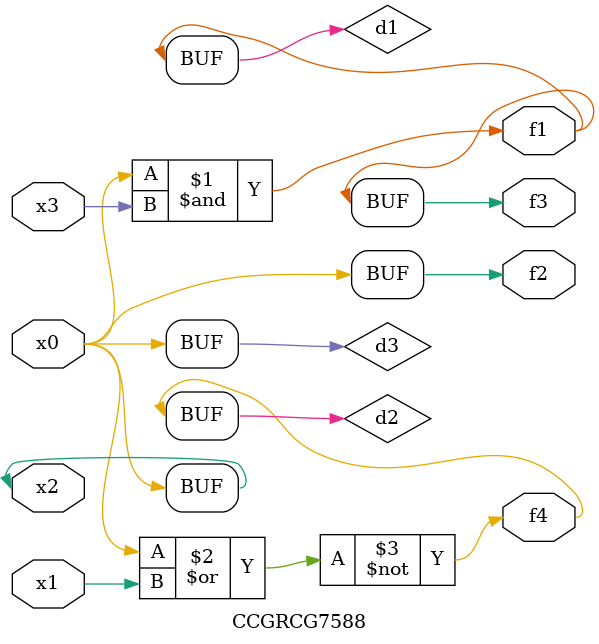
<source format=v>
module CCGRCG7588(
	input x0, x1, x2, x3,
	output f1, f2, f3, f4
);

	wire d1, d2, d3;

	and (d1, x2, x3);
	nor (d2, x0, x1);
	buf (d3, x0, x2);
	assign f1 = d1;
	assign f2 = d3;
	assign f3 = d1;
	assign f4 = d2;
endmodule

</source>
